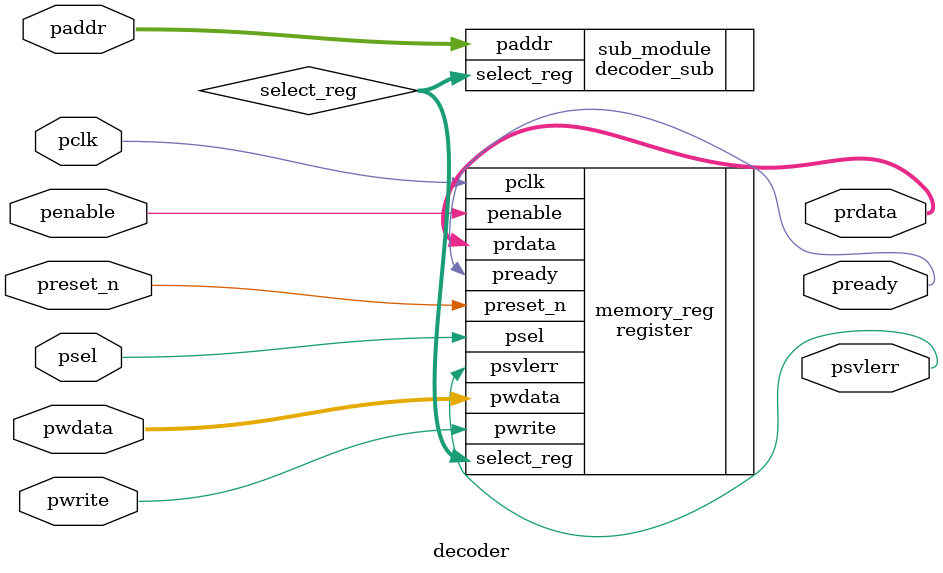
<source format=v>
module decoder (
	input pclk,
	input preset_n,
	input psel,
	input penable,	
	input pwrite,
	input [7:0] paddr, pwdata,

	output [7:0] prdata,
	output pready,
	output psvlerr);
// INTERNAL CONNECTION //
	wire [7:0] select_reg;

//---------------------------------------------------------------//
//------------------------DECODER SUB----------------------------//
	decoder_sub sub_module(.paddr(paddr), .select_reg(select_reg));
// => return one hot code for memory register                   //


//--------------------------------------------------------------//
// REGSITOR //

	register memory_reg(
		.pclk(pclk),
		.preset_n(preset_n),
		.psel(psel),
		.penable(penable),
		.pwrite(pwrite),
		.select_reg(select_reg),
		.pwdata(pwdata),
		.pready(pready),
		.psvlerr(psvlerr),
		.prdata(prdata));

//================================================================//
	// assign pready = ready_reg;
	// assign psvlerr = svlerr_reg;
	// assign pready = 1'b1;
//  done  //

endmodule
</source>
